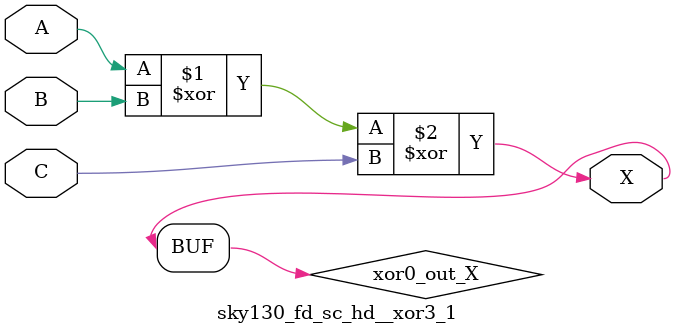
<source format=v>
/*
 * Copyright 2020 The SkyWater PDK Authors
 *
 * Licensed under the Apache License, Version 2.0 (the "License");
 * you may not use this file except in compliance with the License.
 * You may obtain a copy of the License at
 *
 *     https://www.apache.org/licenses/LICENSE-2.0
 *
 * Unless required by applicable law or agreed to in writing, software
 * distributed under the License is distributed on an "AS IS" BASIS,
 * WITHOUT WARRANTIES OR CONDITIONS OF ANY KIND, either express or implied.
 * See the License for the specific language governing permissions and
 * limitations under the License.
 *
 * SPDX-License-Identifier: Apache-2.0
*/


`ifndef SKY130_FD_SC_HD__XOR3_1_FUNCTIONAL_V
`define SKY130_FD_SC_HD__XOR3_1_FUNCTIONAL_V

/**
 * xor3: 3-input exclusive OR.
 *
 *       X = A ^ B ^ C
 *
 * Verilog simulation functional model.
 */

`timescale 1ns / 1ps
`default_nettype none

`celldefine
module sky130_fd_sc_hd__xor3_1 (
    X,
    A,
    B,
    C
);

    // Module ports
    output X;
    input  A;
    input  B;
    input  C;

    // Local signals
    wire xor0_out_X;

    //  Name  Output      Other arguments
    xor xor0 (xor0_out_X, A, B, C        );
    buf buf0 (X         , xor0_out_X     );

endmodule
`endcelldefine

`default_nettype wire
`endif  // SKY130_FD_SC_HD__XOR3_1_FUNCTIONAL_V

</source>
